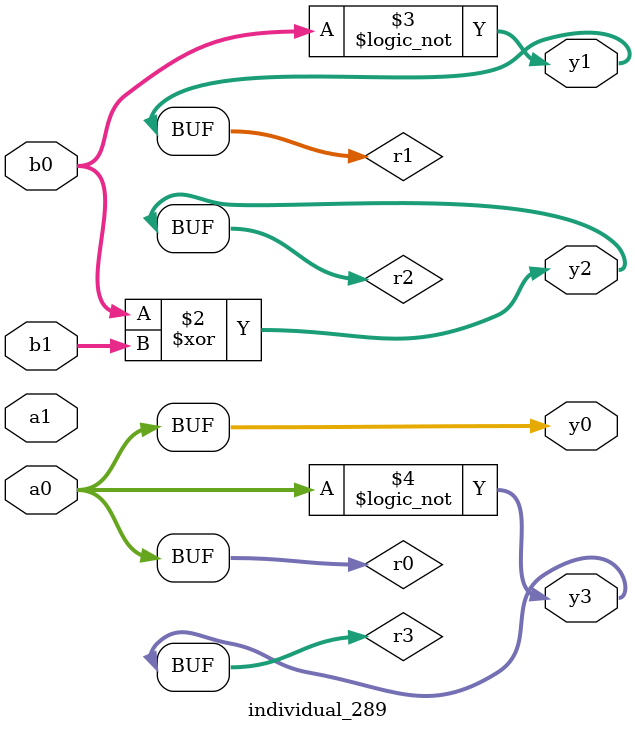
<source format=sv>
module individual_289(input logic [15:0] a1, input logic [15:0] a0, input logic [15:0] b1, input logic [15:0] b0, output logic [15:0] y3, output logic [15:0] y2, output logic [15:0] y1, output logic [15:0] y0);
logic [15:0] r0, r1, r2, r3; 
 always@(*) begin 
	 r0 = a0; r1 = a1; r2 = b0; r3 = b1; 
 	 r2  ^=  b1 ;
 	 r1 = ! b0 ;
 	 r3 = ! r0 ;
 	 y3 = r3; y2 = r2; y1 = r1; y0 = r0; 
end
endmodule
</source>
